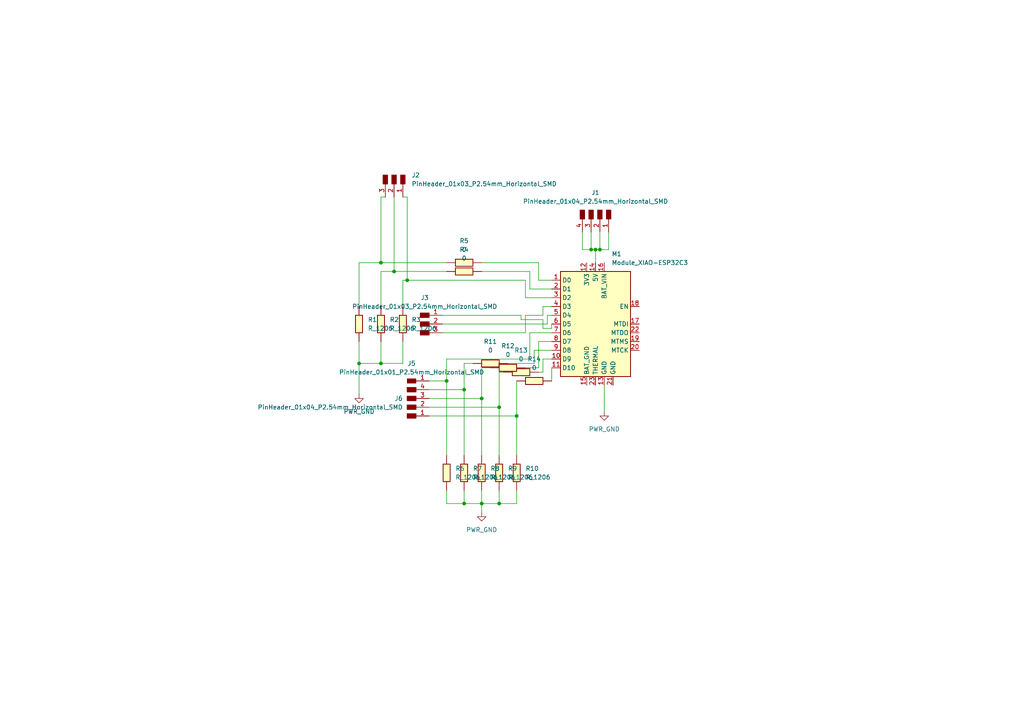
<source format=kicad_sch>
(kicad_sch (version 20250114) (generator "eeschema") (generator_version "9.0")
  (paper "A4")
  (lib_symbols
    (symbol "fab:Module_XIAO-ESP32C3"
      (property "Reference" "M" (at -10.16 16.51 0))
      (property "Value" "Module_XIAO-ESP32C3" (at 3.81 16.51 0))
      (symbol "Module_XIAO-ESP32C3_1_1"
        (rectangle (start -10.16 15.24) (end 10.16 -15.24) (stroke (width 0.254)) (fill (type background)))
        (pin bidirectional line (at -12.7 12.7 0) (length 2.54) (name "D0") (number "1"))
        (pin bidirectional line (at -12.7 10.16 0) (length 2.54) (name "D1") (number "2"))
        (pin bidirectional line (at -12.7 7.62 0) (length 2.54) (name "D2") (number "3"))
        (pin bidirectional line (at -12.7 5.08 0) (length 2.54) (name "D3") (number "4"))
        (pin bidirectional line (at -12.7 2.54 0) (length 2.54) (name "D4") (number "5"))
        (pin bidirectional line (at -12.7 0 0) (length 2.54) (name "D5") (number "6"))
        (pin bidirectional line (at -12.7 -2.54 0) (length 2.54) (name "D6") (number "7"))
        (pin bidirectional line (at -12.7 -5.08 0) (length 2.54) (name "D7") (number "8"))
        (pin bidirectional line (at -12.7 -7.62 0) (length 2.54) (name "D8") (number "9"))
        (pin bidirectional line (at -12.7 -10.16 0) (length 2.54) (name "D9") (number "10"))
        (pin bidirectional line (at -12.7 -12.7 0) (length 2.54) (name "D10") (number "11"))
        (pin power_in line (at -2.54 17.78 270) (length 2.54) (name "3V3") (number "12"))
        (pin power_in line (at -2.54 -17.78 90) (length 2.54) (name "BAT_GND") (number "15"))
        (pin power_in line (at 0 17.78 270) (length 2.54) (name "5V") (number "14"))
        (pin power_in line (at 0 -17.78 90) (length 2.54) (name "THERMAL") (number "23"))
        (pin power_in line (at 2.54 17.78 270) (length 2.54) (name "BAT_VIN") (number "16"))
        (pin power_in line (at 2.54 -17.78 90) (length 2.54) (name "GND") (number "13"))
        (pin power_in line (at 5.08 -17.78 90) (length 2.54) (name "GND") (number "21"))
        (pin input line (at 12.7 5.08 180) (length 2.54) (name "EN") (number "18"))
        (pin input line (at 12.7 0 180) (length 2.54) (name "MTDI") (number "17"))
        (pin output line (at 12.7 -2.54 180) (length 2.54) (name "MTDO") (number "22"))
        (pin input line (at 12.7 -5.08 180) (length 2.54) (name "MTMS") (number "19"))
        (pin input line (at 12.7 -7.62 180) (length 2.54) (name "MTCK") (number "20"))
      )
    )
    (symbol "fab:PWR_GND" (power) (pin_names (offset 0))
      (property "Value" "PWR_GND" (at 0 -3.81 0))
      (symbol "PWR_GND_0_1"
        (polyline (pts (xy 0 0) (xy 0 -1.27) (xy 1.27 -1.27) (xy 0 -2.54) (xy -1.27 -1.27) (xy 0 -1.27)))
      )
      (symbol "PWR_GND_1_1"
        (pin power_in line (at 0 0 270) (length 0) (hide yes) (name "PWR_GND") (number "1"))
      )
    )
    (symbol "fab:PinHeader_01x01_P2.54mm_Horizontal_SMD" (pin_names (offset 1.016) (hide yes))
      (property "Reference" "J" (at 0 2.54 0))
      (property "Value" "PinHeader_01x01_P2.54mm_Horizontal_SMD" (at 0 -2.54 0))
      (symbol "PinHeader_01x01_P2.54mm_Horizontal_SMD_1_1"
        (rectangle (start -1.27 0.635) (end 1.27 -0.635) (stroke (width 0.1524)) (fill (type outline)))
        (pin passive line (at 5.08 0 180) (length 3.81) (name "Pin_1") (number "1"))
      )
    )
    (symbol "fab:PinHeader_01x03_P2.54mm_Horizontal_SMD" (pin_names (hide yes))
      (property "Reference" "J" (at 0 5.08 0))
      (property "Value" "PinHeader_01x03_P2.54mm_Horizontal_SMD" (at 0 -5.08 0))
      (symbol "PinHeader_01x03_P2.54mm_Horizontal_SMD_1_1"
        (rectangle (start -1.27 3.175) (end 1.27 1.905) (stroke (width 0.254)) (fill (type outline)))
        (rectangle (start -1.27 0.635) (end 1.27 -0.635) (stroke (width 0.254)) (fill (type outline)))
        (rectangle (start -1.27 -1.905) (end 1.27 -3.175) (stroke (width 0.254)) (fill (type outline)))
        (pin passive line (at 5.08 2.54 180) (length 3.81) (name "Pin_1") (number "1"))
        (pin passive line (at 5.08 0 180) (length 3.81) (name "Pin_2") (number "2"))
        (pin passive line (at 5.08 -2.54 180) (length 3.81) (name "Pin_3") (number "3"))
      )
    )
    (symbol "fab:PinHeader_01x04_P2.54mm_Horizontal_SMD" (pin_names (hide yes))
      (property "Reference" "J" (at 0 5.08 0))
      (property "Value" "PinHeader_01x04_P2.54mm_Horizontal_SMD" (at 0 -7.62 0))
      (symbol "PinHeader_01x04_P2.54mm_Horizontal_SMD_1_1"
        (rectangle (start -1.27 3.175) (end 1.27 1.905) (stroke (width 0.254)) (fill (type outline)))
        (rectangle (start -1.27 0.635) (end 1.27 -0.635) (stroke (width 0.254)) (fill (type outline)))
        (rectangle (start -1.27 -1.905) (end 1.27 -3.175) (stroke (width 0.254)) (fill (type outline)))
        (rectangle (start -1.27 -4.445) (end 1.27 -5.715) (stroke (width 0.254)) (fill (type outline)))
        (pin passive line (at 5.08 2.54 180) (length 3.81) (name "Pin_1") (number "1"))
        (pin passive line (at 5.08 0 180) (length 3.81) (name "Pin_2") (number "2"))
        (pin passive line (at 5.08 -2.54 180) (length 3.81) (name "Pin_3") (number "3"))
        (pin passive line (at 5.08 -5.08 180) (length 3.81) (name "Pin_4") (number "4"))
      )
    )
    (symbol "fab:R_1206" (pin_numbers (hide yes)) (pin_names (offset 0))
      (property "Reference" "R" (at 2.54 0 90))
      (property "Value" "R_1206" (at -2.54 0 90))
      (symbol "R_1206_0_1"
        (rectangle (start -1.016 -2.54) (end 1.016 2.54) (stroke (width 0.254)) (fill (type background)))
      )
      (symbol "R_1206_1_1"
        (pin passive line (at 0 5.08 270) (length 2.54) (name "~") (number "1"))
        (pin passive line (at 0 -5.08 90) (length 2.54) (name "~") (number "2"))
      )
    )
  )
  (junction (at 129.54 110.49))
  (junction (at 134.62 113.03))
  (junction (at 144.78 146.05))
  (junction (at 172.72 72.39))
  (junction (at 144.78 118.11))
  (junction (at 110.49 105.41))
  (junction (at 149.86 120.65))
  (junction (at 134.62 146.05))
  (junction (at 171.45 72.39))
  (junction (at 139.7 146.05))
  (junction (at 173.99 72.39))
  (junction (at 118.11 81.28))
  (junction (at 110.49 76.2))
  (junction (at 139.7 115.57))
  (junction (at 114.3 78.74))
  (junction (at 104.14 105.41))
  (wire (pts (xy 152.4 81.28) (xy 152.4 86.36)))
  (wire (pts (xy 110.49 57.15) (xy 111.76 57.15)))
  (wire (pts (xy 110.49 76.2) (xy 129.54 76.2)))
  (wire (pts (xy 151.13 92.71) (xy 157.48 92.71)))
  (wire (pts (xy 139.7 76.2) (xy 156.21 76.2)))
  (wire (pts (xy 114.3 57.15) (xy 114.3 78.74)))
  (wire (pts (xy 175.26 111.76) (xy 175.26 119.38)))
  (wire (pts (xy 116.84 81.28) (xy 118.11 81.28)))
  (wire (pts (xy 139.7 146.05) (xy 139.7 148.59)))
  (wire (pts (xy 129.54 146.05) (xy 134.62 146.05)))
  (wire (pts (xy 153.67 83.82) (xy 160.02 83.82)))
  (wire (pts (xy 152.4 96.52) (xy 152.4 91.44)))
  (wire (pts (xy 152.4 86.36) (xy 160.02 86.36)))
  (wire (pts (xy 128.27 96.52) (xy 152.4 96.52)))
  (wire (pts (xy 144.78 142.24) (xy 144.78 146.05)))
  (wire (pts (xy 160.02 96.52) (xy 153.67 96.52)))
  (wire (pts (xy 114.3 78.74) (xy 129.54 78.74)))
  (wire (pts (xy 157.48 91.44) (xy 157.48 88.9)))
  (wire (pts (xy 124.46 113.03) (xy 134.62 113.03)))
  (wire (pts (xy 104.14 99.06) (xy 104.14 105.41)))
  (wire (pts (xy 118.11 81.28) (xy 152.4 81.28)))
  (wire (pts (xy 149.86 142.24) (xy 149.86 146.05)))
  (wire (pts (xy 157.48 88.9) (xy 160.02 88.9)))
  (wire (pts (xy 173.99 67.31) (xy 173.99 72.39)))
  (wire (pts (xy 152.4 106.68) (xy 156.21 106.68)))
  (wire (pts (xy 156.21 106.68) (xy 156.21 99.06)))
  (wire (pts (xy 171.45 67.31) (xy 171.45 72.39)))
  (wire (pts (xy 173.99 72.39) (xy 176.53 72.39)))
  (wire (pts (xy 139.7 106.68) (xy 139.7 115.57)))
  (wire (pts (xy 160.02 95.25) (xy 160.02 93.98)))
  (wire (pts (xy 154.94 101.6) (xy 160.02 101.6)))
  (wire (pts (xy 134.62 142.24) (xy 134.62 146.05)))
  (wire (pts (xy 139.7 146.05) (xy 144.78 146.05)))
  (wire (pts (xy 160.02 104.14) (xy 157.48 104.14)))
  (wire (pts (xy 157.48 95.25) (xy 160.02 95.25)))
  (wire (pts (xy 144.78 118.11) (xy 144.78 132.08)))
  (wire (pts (xy 110.49 78.74) (xy 114.3 78.74)))
  (wire (pts (xy 151.13 91.44) (xy 151.13 92.71)))
  (wire (pts (xy 116.84 105.41) (xy 110.49 105.41)))
  (wire (pts (xy 124.46 115.57) (xy 139.7 115.57)))
  (wire (pts (xy 110.49 78.74) (xy 110.49 88.9)))
  (wire (pts (xy 128.27 91.44) (xy 151.13 91.44)))
  (wire (pts (xy 139.7 115.57) (xy 139.7 132.08)))
  (wire (pts (xy 153.67 78.74) (xy 153.67 83.82)))
  (wire (pts (xy 157.48 92.71) (xy 157.48 95.25)))
  (wire (pts (xy 110.49 105.41) (xy 104.14 105.41)))
  (wire (pts (xy 116.84 81.28) (xy 116.84 88.9)))
  (wire (pts (xy 134.62 113.03) (xy 134.62 132.08)))
  (wire (pts (xy 156.21 107.95) (xy 157.48 107.95)))
  (wire (pts (xy 104.14 105.41) (xy 104.14 114.3)))
  (wire (pts (xy 144.78 146.05) (xy 149.86 146.05)))
  (wire (pts (xy 158.75 93.98) (xy 158.75 91.44)))
  (wire (pts (xy 134.62 105.41) (xy 134.62 113.03)))
  (wire (pts (xy 156.21 76.2) (xy 156.21 81.28)))
  (wire (pts (xy 104.14 76.2) (xy 110.49 76.2)))
  (wire (pts (xy 139.7 78.74) (xy 153.67 78.74)))
  (wire (pts (xy 104.14 76.2) (xy 104.14 88.9)))
  (wire (pts (xy 172.72 76.2) (xy 172.72 72.39)))
  (wire (pts (xy 124.46 120.65) (xy 149.86 120.65)))
  (wire (pts (xy 147.32 105.41) (xy 154.94 105.41)))
  (wire (pts (xy 154.94 105.41) (xy 154.94 101.6)))
  (wire (pts (xy 134.62 146.05) (xy 139.7 146.05)))
  (wire (pts (xy 129.54 104.14) (xy 129.54 110.49)))
  (wire (pts (xy 160.02 106.68) (xy 160.02 110.49)))
  (wire (pts (xy 171.45 72.39) (xy 168.91 72.39)))
  (wire (pts (xy 116.84 99.06) (xy 116.84 105.41)))
  (wire (pts (xy 139.7 106.68) (xy 142.24 106.68)))
  (wire (pts (xy 156.21 99.06) (xy 160.02 99.06)))
  (wire (pts (xy 110.49 76.2) (xy 110.49 57.15)))
  (wire (pts (xy 110.49 99.06) (xy 110.49 105.41)))
  (wire (pts (xy 124.46 110.49) (xy 129.54 110.49)))
  (wire (pts (xy 118.11 81.28) (xy 118.11 57.15)))
  (wire (pts (xy 176.53 67.31) (xy 176.53 72.39)))
  (wire (pts (xy 129.54 142.24) (xy 129.54 146.05)))
  (wire (pts (xy 124.46 118.11) (xy 144.78 118.11)))
  (wire (pts (xy 129.54 110.49) (xy 129.54 132.08)))
  (wire (pts (xy 172.72 72.39) (xy 171.45 72.39)))
  (wire (pts (xy 144.78 107.95) (xy 144.78 118.11)))
  (wire (pts (xy 152.4 91.44) (xy 157.48 91.44)))
  (wire (pts (xy 153.67 104.14) (xy 129.54 104.14)))
  (wire (pts (xy 144.78 107.95) (xy 146.05 107.95)))
  (wire (pts (xy 149.86 110.49) (xy 149.86 120.65)))
  (wire (pts (xy 153.67 96.52) (xy 153.67 104.14)))
  (wire (pts (xy 168.91 72.39) (xy 168.91 67.31)))
  (wire (pts (xy 139.7 142.24) (xy 139.7 146.05)))
  (wire (pts (xy 157.48 104.14) (xy 157.48 107.95)))
  (wire (pts (xy 134.62 105.41) (xy 137.16 105.41)))
  (wire (pts (xy 118.11 57.15) (xy 116.84 57.15)))
  (wire (pts (xy 128.27 93.98) (xy 158.75 93.98)))
  (wire (pts (xy 156.21 81.28) (xy 160.02 81.28)))
  (wire (pts (xy 158.75 91.44) (xy 160.02 91.44)))
  (wire (pts (xy 172.72 72.39) (xy 173.99 72.39)))
  (wire (pts (xy 149.86 120.65) (xy 149.86 132.08)))
  (symbol (lib_id "fab:R_1206") (at 134.62 137.16 0) (unit 1)
    (property "Reference" "R7" (at 137.16 135.8899 0) (effects (justify left)))
    (property "Value" "R_1206" (at 137.16 138.4299 0) (effects (justify left)))
    (property "Footprint" "fab:R_1206" (effects (hide yes)))
    (property "Description" "Resistor" (effects (hide yes)))
  )
  (symbol (lib_id "fab:PWR_GND") (at 104.14 114.3 0) (unit 1)
    (property "Reference" "#PWR01" (effects (hide yes)))
    (property "Value" "PWR_GND" (at 104.14 119.38 0))
    (property "Description" "Power symbol creates a global label with name \"GND\" , ground" (effects (hide yes)))
  )
  (symbol (lib_id "fab:PinHeader_01x03_P2.54mm_Horizontal_SMD") (at 123.19 93.98 0) (unit 1)
    (property "Reference" "J3" (at 123.19 86.36 0))
    (property "Value" "PinHeader_01x03_P2.54mm_Horizontal_SMD" (at 123.19 88.9 0))
    (property "Footprint" "fab:PinHeader_01x03_P2.54mm_Horizontal_SMD" (effects (hide yes)))
    (property "Description" "Male connector, single row" (effects (hide yes)))
  )
  (symbol (lib_id "fab:PinHeader_01x04_P2.54mm_Horizontal_SMD") (at 173.99 62.23 270) (unit 1)
    (property "Reference" "J1" (at 172.72 55.88 90))
    (property "Value" "PinHeader_01x04_P2.54mm_Horizontal_SMD" (at 172.72 58.42 90))
    (property "Footprint" "fab:PinHeader_01x04_P2.54mm_Horizontal_SMD" (effects (hide yes)))
    (property "Description" "Male connector, single row" (effects (hide yes)))
  )
  (symbol (lib_id "fab:R_1206") (at 144.78 137.16 0) (unit 1)
    (property "Reference" "R9" (at 147.32 135.8899 0) (effects (justify left)))
    (property "Value" "R_1206" (at 147.32 138.4299 0) (effects (justify left)))
    (property "Footprint" "fab:R_1206" (effects (hide yes)))
    (property "Description" "Resistor" (effects (hide yes)))
  )
  (symbol (lib_id "fab:R_1206") (at 116.84 93.98 0) (unit 1)
    (property "Reference" "R3" (at 119.38 92.7099 0) (effects (justify left)))
    (property "Value" "R_1206" (at 119.38 95.2499 0) (effects (justify left)))
    (property "Footprint" "fab:R_1206" (effects (hide yes)))
    (property "Description" "Resistor" (effects (hide yes)))
  )
  (symbol (lib_id "fab:PinHeader_01x04_P2.54mm_Horizontal_SMD") (at 119.38 118.11 0) (mirror x) (unit 1)
    (property "Reference" "J6" (at 116.84 115.5699 0) (effects (justify right)))
    (property "Value" "PinHeader_01x04_P2.54mm_Horizontal_SMD" (at 116.84 118.1099 0) (effects (justify right)))
    (property "Footprint" "fab:PinHeader_01x04_P2.54mm_Horizontal_SMD" (effects (hide yes)))
    (property "Description" "Male connector, single row" (effects (hide yes)))
  )
  (symbol (lib_id "fab:R_1206") (at 149.86 137.16 0) (unit 1)
    (property "Reference" "R10" (at 152.4 135.8899 0) (effects (justify left)))
    (property "Value" "R_1206" (at 152.4 138.4299 0) (effects (justify left)))
    (property "Footprint" "fab:R_1206" (effects (hide yes)))
    (property "Description" "Resistor" (effects (hide yes)))
  )
  (symbol (lib_id "fab:PinHeader_01x01_P2.54mm_Horizontal_SMD") (at 119.38 110.49 0) (unit 1)
    (property "Reference" "J5" (at 119.38 105.41 0))
    (property "Value" "PinHeader_01x01_P2.54mm_Horizontal_SMD" (at 119.38 107.95 0))
    (property "Footprint" "fab:PinHeader_01x01_P2.54mm_Horizontal_SMD" (effects (hide yes)))
    (property "Description" "Connector pin header 2.54mm pitch horizontal SMD" (effects (hide yes)))
  )
  (symbol (lib_id "fab:R_1206") (at 142.24 105.41 90) (unit 1)
    (property "Reference" "R11" (at 142.24 99.06 90))
    (property "Value" "0" (at 142.24 101.6 90))
    (property "Footprint" "fab:R_1206" (effects (hide yes)))
    (property "Description" "Resistor" (effects (hide yes)))
  )
  (symbol (lib_id "fab:R_1206") (at 151.13 107.95 270) (unit 1)
    (property "Reference" "R13" (at 151.13 101.6 90))
    (property "Value" "0" (at 151.13 104.14 90))
    (property "Footprint" "fab:R_1206" (effects (hide yes)))
    (property "Description" "Resistor" (effects (hide yes)))
  )
  (symbol (lib_id "fab:R_1206") (at 147.32 106.68 90) (unit 1)
    (property "Reference" "R12" (at 147.32 100.33 90))
    (property "Value" "0" (at 147.32 102.87 90))
    (property "Footprint" "fab:R_1206" (effects (hide yes)))
    (property "Description" "Resistor" (effects (hide yes)))
  )
  (symbol (lib_id "fab:Module_XIAO-ESP32C3") (at 172.72 93.98 0) (unit 1)
    (property "Reference" "M1" (at 177.4033 73.66 0) (effects (justify left)))
    (property "Value" "Module_XIAO-ESP32C3" (at 177.4033 76.2 0) (effects (justify left)))
    (property "Footprint" "fab:SeeedStudio_XIAO_ESP32C3" (effects (hide yes)))
    (property "Datasheet" "https://wiki.seeedstudio.com/XIAO_ESP32C3_Getting_Started/" (effects (hide yes)))
    (property "Description" "ESP32-C3 Transceiver; 802.11 a/b/g/n (Wi-Fi, WiFi, WLAN), Bluetooth® Smart 4.x Low Energy (BLE) 2.4GHz Evaluation Board" (effects (hide yes)))
  )
  (symbol (lib_id "fab:R_1206") (at 134.62 78.74 90) (unit 1)
    (property "Reference" "R4" (at 134.62 72.39 90))
    (property "Value" "0" (at 134.62 74.93 90))
    (property "Footprint" "fab:R_1206" (effects (hide yes)))
    (property "Description" "Resistor" (effects (hide yes)))
  )
  (symbol (lib_id "fab:PWR_GND") (at 139.7 148.59 0) (unit 1)
    (property "Reference" "#PWR03" (effects (hide yes)))
    (property "Value" "PWR_GND" (at 139.7 153.67 0))
    (property "Description" "Power symbol creates a global label with name \"GND\" , ground" (effects (hide yes)))
  )
  (symbol (lib_id "fab:R_1206") (at 154.94 110.49 270) (unit 1)
    (property "Reference" "R14" (at 154.94 104.14 90))
    (property "Value" "0" (at 154.94 106.68 90))
    (property "Footprint" "fab:R_1206" (effects (hide yes)))
    (property "Description" "Resistor" (effects (hide yes)))
  )
  (symbol (lib_id "fab:PWR_GND") (at 175.26 119.38 0) (unit 1)
    (property "Reference" "#PWR02" (effects (hide yes)))
    (property "Value" "PWR_GND" (at 175.26 124.46 0))
    (property "Description" "Power symbol creates a global label with name \"GND\" , ground" (effects (hide yes)))
  )
  (symbol (lib_id "fab:PinHeader_01x03_P2.54mm_Horizontal_SMD") (at 114.3 52.07 270) (unit 1)
    (property "Reference" "J2" (at 119.38 50.7999 90) (effects (justify left)))
    (property "Value" "PinHeader_01x03_P2.54mm_Horizontal_SMD" (at 119.38 53.3399 90) (effects (justify left)))
    (property "Footprint" "fab:PinHeader_01x03_P2.54mm_Horizontal_SMD" (effects (hide yes)))
    (property "Description" "Male connector, single row" (effects (hide yes)))
  )
  (symbol (lib_id "fab:R_1206") (at 104.14 93.98 0) (unit 1)
    (property "Reference" "R1" (at 106.68 92.7099 0) (effects (justify left)))
    (property "Value" "R_1206" (at 106.68 95.2499 0) (effects (justify left)))
    (property "Footprint" "fab:R_1206" (effects (hide yes)))
    (property "Description" "Resistor" (effects (hide yes)))
  )
  (symbol (lib_id "fab:R_1206") (at 139.7 137.16 0) (unit 1)
    (property "Reference" "R8" (at 142.24 135.8899 0) (effects (justify left)))
    (property "Value" "R_1206" (at 142.24 138.4299 0) (effects (justify left)))
    (property "Footprint" "fab:R_1206" (effects (hide yes)))
    (property "Description" "Resistor" (effects (hide yes)))
  )
  (symbol (lib_id "fab:R_1206") (at 134.62 76.2 90) (unit 1)
    (property "Reference" "R5" (at 134.62 69.85 90))
    (property "Value" "0" (at 134.62 72.39 90))
    (property "Footprint" "fab:R_1206" (effects (hide yes)))
    (property "Description" "Resistor" (effects (hide yes)))
  )
  (symbol (lib_id "fab:R_1206") (at 110.49 93.98 0) (unit 1)
    (property "Reference" "R2" (at 113.03 92.7099 0) (effects (justify left)))
    (property "Value" "R_1206" (at 113.03 95.2499 0) (effects (justify left)))
    (property "Footprint" "fab:R_1206" (effects (hide yes)))
    (property "Description" "Resistor" (effects (hide yes)))
  )
  (symbol (lib_id "fab:R_1206") (at 129.54 137.16 0) (unit 1)
    (property "Reference" "R6" (at 132.08 135.8899 0) (effects (justify left)))
    (property "Value" "R_1206" (at 132.08 138.4299 0) (effects (justify left)))
    (property "Footprint" "fab:R_1206" (effects (hide yes)))
    (property "Description" "Resistor" (effects (hide yes)))
  )
)
</source>
